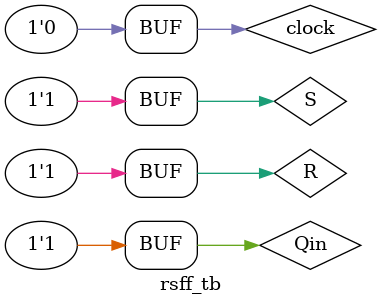
<source format=v>

module rsff(input wire clock,
input wire R,
input wire S,
input wire Qin,
output reg Qout,
output reg Qoutbar);

always @ (posedge clock)
begin
if ((!S) &&(!R))
begin
Qout = Qin;
Qoutbar = (!Qin);
end
else if((!S) &&(R))
begin
Qout = 0;
Qoutbar = 1;
end
else if((S) &&(!R))
begin
Qout = 1;
Qoutbar = 0;
end
else
begin
Qout = 1'bx;
Qoutbar = 1'bx;
end
end
endmodule


module rsff_tb;
wire Qout, Qoutbar;
reg R, S, Qin, clock;
rsff m(clock,R,S,Qin,Qout,Qoutbar);


initial
begin
	$monitor("S=%b, R=%b, Qin=%b, Qout=%b, Qoutbar=%b\n",S,R,Qin,Qout,Qoutbar);
	clock=0;
	clock=1;
	S = 1'b0;
	R = 1'b0;
	Qin = 1'b0;
	clock=0;
	
	#5
	clock=1;
	S = 1'b0;
	R = 1'b0;
	Qin = 1'b1;
	clock=0;
	
	#5
	clock=1;
	S = 1'b0;
	R = 1'b1;
	Qin = 1'b0;
	clock=0;
	
	#5
	clock=1;
	S = 1'b0;
	R = 1'b1;
	Qin = 1'b1;
	clock=0;
	
	#5
	clock=1;
	S = 1'b1;
	R = 1'b0;
	Qin = 1'b0;
	clock=0;
	
	#5
	clock=1;
	S = 1'b1;
	R = 1'b0;
	Qin = 1'b1;
	clock=0;
	
	#5
	clock=1;
	S = 1'b1;
	R = 1'b1;
	Qin = 1'b0;
	clock=0;
	
	#5
	clock=1;
	S = 1'b1;
	R = 1'b1;
	Qin = 1'b1;
	clock=0;
end
endmodule
</source>
